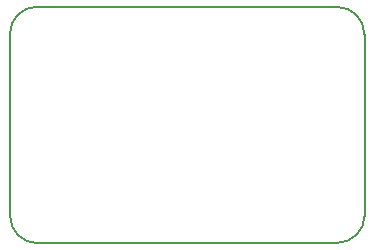
<source format=gbr>
G04 #@! TF.GenerationSoftware,KiCad,Pcbnew,(5.0.0)*
G04 #@! TF.CreationDate,2019-01-08T23:41:56-05:00*
G04 #@! TF.ProjectId,Relay Breakout,52656C617920427265616B6F75742E6B,rev?*
G04 #@! TF.SameCoordinates,Original*
G04 #@! TF.FileFunction,Profile,NP*
%FSLAX46Y46*%
G04 Gerber Fmt 4.6, Leading zero omitted, Abs format (unit mm)*
G04 Created by KiCad (PCBNEW (5.0.0)) date 01/08/19 23:41:56*
%MOMM*%
%LPD*%
G01*
G04 APERTURE LIST*
%ADD10C,0.150000*%
G04 APERTURE END LIST*
D10*
X128879470Y-78999085D02*
G75*
G02X131206240Y-81330800I-4950J-2331715D01*
G01*
X131216400Y-96662240D02*
G75*
G02X128884685Y-98989010I-2331715J4950D01*
G01*
X103520240Y-99004120D02*
G75*
G02X101193470Y-96672405I4950J2331715D01*
G01*
X101178360Y-81305400D02*
G75*
G02X103510075Y-78978630I2331715J-4950D01*
G01*
X131221480Y-96682560D02*
X131211320Y-81315560D01*
X128910080Y-78999080D02*
X103540560Y-78983840D01*
X103510080Y-99004120D02*
X128884680Y-98999040D01*
X101178360Y-81285080D02*
X101193600Y-96672400D01*
M02*

</source>
